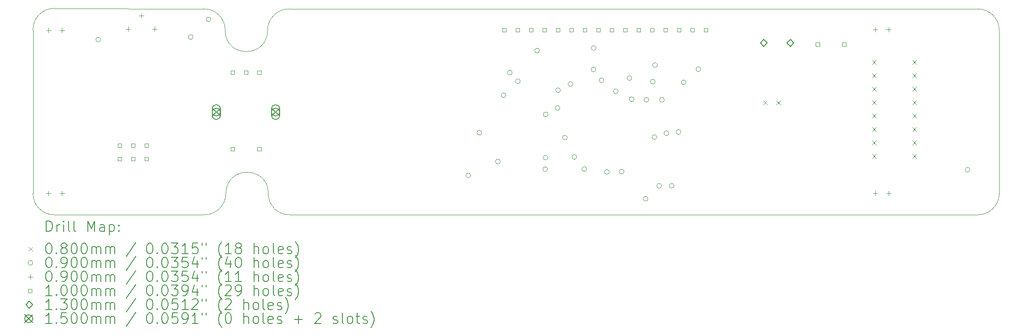
<source format=gbr>
%TF.GenerationSoftware,KiCad,Pcbnew,6.0.11+dfsg-1*%
%TF.CreationDate,2023-11-10T00:52:08+01:00*%
%TF.ProjectId,tallySdoAdapter,74616c6c-7953-4646-9f41-646170746572,0.1*%
%TF.SameCoordinates,Original*%
%TF.FileFunction,Drillmap*%
%TF.FilePolarity,Positive*%
%FSLAX45Y45*%
G04 Gerber Fmt 4.5, Leading zero omitted, Abs format (unit mm)*
G04 Created by KiCad (PCBNEW 6.0.11+dfsg-1) date 2023-11-10 00:52:08*
%MOMM*%
%LPD*%
G01*
G04 APERTURE LIST*
%ADD10C,0.100000*%
%ADD11C,0.200000*%
%ADD12C,0.080000*%
%ADD13C,0.090000*%
%ADD14C,0.130000*%
%ADD15C,0.150000*%
G04 APERTURE END LIST*
D10*
X11819940Y-9991140D02*
G75*
G03*
X12619940Y-9991140I400000J0D01*
G01*
X13040360Y-9583420D02*
X26037540Y-9583420D01*
X26444636Y-9989622D02*
X26444636Y-13073182D01*
X11412220Y-9583420D02*
X8595260Y-9573357D01*
X26038434Y-13480276D02*
G75*
G03*
X26444636Y-13073182I-444J406646D01*
G01*
X8189061Y-13073518D02*
G75*
G03*
X8596154Y-13479719I397739J-8482D01*
G01*
X13040360Y-9583418D02*
G75*
G03*
X12619940Y-9991140I-13990J-406192D01*
G01*
X12634153Y-13074076D02*
G75*
G03*
X13041254Y-13480277I397747J-8474D01*
G01*
X8189058Y-13073517D02*
X8189058Y-9980453D01*
X26444640Y-9989622D02*
G75*
G03*
X26037540Y-9583420I-406650J-448D01*
G01*
X12634158Y-13074076D02*
G75*
G03*
X11834158Y-13074076I-400000J0D01*
G01*
X13041254Y-13480277D02*
X26038434Y-13480277D01*
X11819940Y-9991140D02*
G75*
G03*
X11412220Y-9583420I-398240J9480D01*
G01*
X8595260Y-9573359D02*
G75*
G03*
X8189058Y-9980453I-8480J-397742D01*
G01*
X11414302Y-13479719D02*
X8596154Y-13479719D01*
X11414302Y-13479718D02*
G75*
G03*
X11834158Y-13074076I13978J405638D01*
G01*
D11*
D12*
X21980720Y-11318880D02*
X22060720Y-11398880D01*
X22060720Y-11318880D02*
X21980720Y-11398880D01*
X22230720Y-11318880D02*
X22310720Y-11398880D01*
X22310720Y-11318880D02*
X22230720Y-11398880D01*
X24040200Y-10552800D02*
X24120200Y-10632800D01*
X24120200Y-10552800D02*
X24040200Y-10632800D01*
X24040200Y-10806800D02*
X24120200Y-10886800D01*
X24120200Y-10806800D02*
X24040200Y-10886800D01*
X24040200Y-11060800D02*
X24120200Y-11140800D01*
X24120200Y-11060800D02*
X24040200Y-11140800D01*
X24040200Y-11314800D02*
X24120200Y-11394800D01*
X24120200Y-11314800D02*
X24040200Y-11394800D01*
X24040200Y-11568800D02*
X24120200Y-11648800D01*
X24120200Y-11568800D02*
X24040200Y-11648800D01*
X24040200Y-11822800D02*
X24120200Y-11902800D01*
X24120200Y-11822800D02*
X24040200Y-11902800D01*
X24040200Y-12076800D02*
X24120200Y-12156800D01*
X24120200Y-12076800D02*
X24040200Y-12156800D01*
X24040200Y-12330800D02*
X24120200Y-12410800D01*
X24120200Y-12330800D02*
X24040200Y-12410800D01*
X24802200Y-10552800D02*
X24882200Y-10632800D01*
X24882200Y-10552800D02*
X24802200Y-10632800D01*
X24802200Y-10806800D02*
X24882200Y-10886800D01*
X24882200Y-10806800D02*
X24802200Y-10886800D01*
X24802200Y-11060800D02*
X24882200Y-11140800D01*
X24882200Y-11060800D02*
X24802200Y-11140800D01*
X24802200Y-11314800D02*
X24882200Y-11394800D01*
X24882200Y-11314800D02*
X24802200Y-11394800D01*
X24802200Y-11568800D02*
X24882200Y-11648800D01*
X24882200Y-11568800D02*
X24802200Y-11648800D01*
X24802200Y-11822800D02*
X24882200Y-11902800D01*
X24882200Y-11822800D02*
X24802200Y-11902800D01*
X24802200Y-12076800D02*
X24882200Y-12156800D01*
X24882200Y-12076800D02*
X24802200Y-12156800D01*
X24802200Y-12330800D02*
X24882200Y-12410800D01*
X24882200Y-12330800D02*
X24802200Y-12410800D01*
D13*
X9465860Y-10162540D02*
G75*
G03*
X9465860Y-10162540I-45000J0D01*
G01*
X11215920Y-10116820D02*
G75*
G03*
X11215920Y-10116820I-45000J0D01*
G01*
X11551200Y-9781540D02*
G75*
G03*
X11551200Y-9781540I-45000J0D01*
G01*
X16458480Y-12733020D02*
G75*
G03*
X16458480Y-12733020I-45000J0D01*
G01*
X16666760Y-11925300D02*
G75*
G03*
X16666760Y-11925300I-45000J0D01*
G01*
X17017280Y-12471400D02*
G75*
G03*
X17017280Y-12471400I-45000J0D01*
G01*
X17123960Y-11216640D02*
G75*
G03*
X17123960Y-11216640I-45000J0D01*
G01*
X17243340Y-10787380D02*
G75*
G03*
X17243340Y-10787380I-45000J0D01*
G01*
X17395740Y-10952480D02*
G75*
G03*
X17395740Y-10952480I-45000J0D01*
G01*
X17758960Y-10373360D02*
G75*
G03*
X17758960Y-10373360I-45000J0D01*
G01*
X17911360Y-12616180D02*
G75*
G03*
X17911360Y-12616180I-45000J0D01*
G01*
X17916440Y-12397740D02*
G75*
G03*
X17916440Y-12397740I-45000J0D01*
G01*
X17918980Y-11579860D02*
G75*
G03*
X17918980Y-11579860I-45000J0D01*
G01*
X18143429Y-11456098D02*
G75*
G03*
X18143429Y-11456098I-45000J0D01*
G01*
X18153930Y-11121390D02*
G75*
G03*
X18153930Y-11121390I-45000J0D01*
G01*
X18284740Y-12016740D02*
G75*
G03*
X18284740Y-12016740I-45000J0D01*
G01*
X18388880Y-11007450D02*
G75*
G03*
X18388880Y-11007450I-45000J0D01*
G01*
X18462540Y-12385040D02*
G75*
G03*
X18462540Y-12385040I-45000J0D01*
G01*
X18647960Y-12613640D02*
G75*
G03*
X18647960Y-12613640I-45000J0D01*
G01*
X18823220Y-10728960D02*
G75*
G03*
X18823220Y-10728960I-45000J0D01*
G01*
X18828300Y-10322560D02*
G75*
G03*
X18828300Y-10322560I-45000J0D01*
G01*
X18975620Y-10934700D02*
G75*
G03*
X18975620Y-10934700I-45000J0D01*
G01*
X19074680Y-12666980D02*
G75*
G03*
X19074680Y-12666980I-45000J0D01*
G01*
X19244860Y-11142980D02*
G75*
G03*
X19244860Y-11142980I-45000J0D01*
G01*
X19356620Y-12661900D02*
G75*
G03*
X19356620Y-12661900I-45000J0D01*
G01*
X19504305Y-10893695D02*
G75*
G03*
X19504305Y-10893695I-45000J0D01*
G01*
X19544580Y-11292840D02*
G75*
G03*
X19544580Y-11292840I-45000J0D01*
G01*
X19808740Y-13174980D02*
G75*
G03*
X19808740Y-13174980I-45000J0D01*
G01*
X19823982Y-11302870D02*
G75*
G03*
X19823982Y-11302870I-45000J0D01*
G01*
X19943360Y-10960100D02*
G75*
G03*
X19943360Y-10960100I-45000J0D01*
G01*
X19973840Y-12009120D02*
G75*
G03*
X19973840Y-12009120I-45000J0D01*
G01*
X19986540Y-10645140D02*
G75*
G03*
X19986540Y-10645140I-45000J0D01*
G01*
X20065280Y-12930682D02*
G75*
G03*
X20065280Y-12930682I-45000J0D01*
G01*
X20117227Y-11302870D02*
G75*
G03*
X20117227Y-11302870I-45000J0D01*
G01*
X20199900Y-11935460D02*
G75*
G03*
X20199900Y-11935460I-45000J0D01*
G01*
X20301500Y-12930682D02*
G75*
G03*
X20301500Y-12930682I-45000J0D01*
G01*
X20428500Y-11912600D02*
G75*
G03*
X20428500Y-11912600I-45000J0D01*
G01*
X20527560Y-10972800D02*
G75*
G03*
X20527560Y-10972800I-45000J0D01*
G01*
X20804420Y-10723880D02*
G75*
G03*
X20804420Y-10723880I-45000J0D01*
G01*
X25889500Y-12626340D02*
G75*
G03*
X25889500Y-12626340I-45000J0D01*
G01*
X8483100Y-9942280D02*
X8483100Y-10032280D01*
X8438100Y-9987280D02*
X8528100Y-9987280D01*
X8483100Y-13028380D02*
X8483100Y-13118380D01*
X8438100Y-13073380D02*
X8528100Y-13073380D01*
X8737100Y-9942280D02*
X8737100Y-10032280D01*
X8692100Y-9987280D02*
X8782100Y-9987280D01*
X8737100Y-13028380D02*
X8737100Y-13118380D01*
X8692100Y-13073380D02*
X8782100Y-13073380D01*
X9986200Y-9917300D02*
X9986200Y-10007300D01*
X9941200Y-9962300D02*
X10031200Y-9962300D01*
X10236200Y-9667300D02*
X10236200Y-9757300D01*
X10191200Y-9712300D02*
X10281200Y-9712300D01*
X10486200Y-9917300D02*
X10486200Y-10007300D01*
X10441200Y-9962300D02*
X10531200Y-9962300D01*
X24101560Y-9929580D02*
X24101560Y-10019580D01*
X24056560Y-9974580D02*
X24146560Y-9974580D01*
X24101560Y-13028380D02*
X24101560Y-13118380D01*
X24056560Y-13073380D02*
X24146560Y-13073380D01*
X24355560Y-9929580D02*
X24355560Y-10019580D01*
X24310560Y-9974580D02*
X24400560Y-9974580D01*
X24355560Y-13028380D02*
X24355560Y-13118380D01*
X24310560Y-13073380D02*
X24400560Y-13073380D01*
D10*
X9862616Y-12199416D02*
X9862616Y-12128704D01*
X9791904Y-12128704D01*
X9791904Y-12199416D01*
X9862616Y-12199416D01*
X9862616Y-12453416D02*
X9862616Y-12382704D01*
X9791904Y-12382704D01*
X9791904Y-12453416D01*
X9862616Y-12453416D01*
X10116616Y-12199416D02*
X10116616Y-12128704D01*
X10045904Y-12128704D01*
X10045904Y-12199416D01*
X10116616Y-12199416D01*
X10116616Y-12453416D02*
X10116616Y-12382704D01*
X10045904Y-12382704D01*
X10045904Y-12453416D01*
X10116616Y-12453416D01*
X10370616Y-12199416D02*
X10370616Y-12128704D01*
X10299904Y-12128704D01*
X10299904Y-12199416D01*
X10370616Y-12199416D01*
X10370616Y-12453416D02*
X10370616Y-12382704D01*
X10299904Y-12382704D01*
X10299904Y-12453416D01*
X10370616Y-12453416D01*
X11997676Y-10821636D02*
X11997676Y-10750924D01*
X11926964Y-10750924D01*
X11926964Y-10821636D01*
X11997676Y-10821636D01*
X11997676Y-12271636D02*
X11997676Y-12200924D01*
X11926964Y-12200924D01*
X11926964Y-12271636D01*
X11997676Y-12271636D01*
X12247676Y-10821636D02*
X12247676Y-10750924D01*
X12176964Y-10750924D01*
X12176964Y-10821636D01*
X12247676Y-10821636D01*
X12497676Y-10821636D02*
X12497676Y-10750924D01*
X12426964Y-10750924D01*
X12426964Y-10821636D01*
X12497676Y-10821636D01*
X12497676Y-12271636D02*
X12497676Y-12200924D01*
X12426964Y-12200924D01*
X12426964Y-12271636D01*
X12497676Y-12271636D01*
X17124476Y-10017556D02*
X17124476Y-9946844D01*
X17053764Y-9946844D01*
X17053764Y-10017556D01*
X17124476Y-10017556D01*
X17378476Y-10017556D02*
X17378476Y-9946844D01*
X17307764Y-9946844D01*
X17307764Y-10017556D01*
X17378476Y-10017556D01*
X17632476Y-10017556D02*
X17632476Y-9946844D01*
X17561764Y-9946844D01*
X17561764Y-10017556D01*
X17632476Y-10017556D01*
X17886476Y-10017556D02*
X17886476Y-9946844D01*
X17815764Y-9946844D01*
X17815764Y-10017556D01*
X17886476Y-10017556D01*
X18140476Y-10017556D02*
X18140476Y-9946844D01*
X18069764Y-9946844D01*
X18069764Y-10017556D01*
X18140476Y-10017556D01*
X18394476Y-10017556D02*
X18394476Y-9946844D01*
X18323764Y-9946844D01*
X18323764Y-10017556D01*
X18394476Y-10017556D01*
X18648476Y-10017556D02*
X18648476Y-9946844D01*
X18577764Y-9946844D01*
X18577764Y-10017556D01*
X18648476Y-10017556D01*
X18902476Y-10017556D02*
X18902476Y-9946844D01*
X18831764Y-9946844D01*
X18831764Y-10017556D01*
X18902476Y-10017556D01*
X19156476Y-10017556D02*
X19156476Y-9946844D01*
X19085764Y-9946844D01*
X19085764Y-10017556D01*
X19156476Y-10017556D01*
X19410476Y-10017556D02*
X19410476Y-9946844D01*
X19339764Y-9946844D01*
X19339764Y-10017556D01*
X19410476Y-10017556D01*
X19664476Y-10017556D02*
X19664476Y-9946844D01*
X19593764Y-9946844D01*
X19593764Y-10017556D01*
X19664476Y-10017556D01*
X19918476Y-10017556D02*
X19918476Y-9946844D01*
X19847764Y-9946844D01*
X19847764Y-10017556D01*
X19918476Y-10017556D01*
X20172476Y-10017556D02*
X20172476Y-9946844D01*
X20101764Y-9946844D01*
X20101764Y-10017556D01*
X20172476Y-10017556D01*
X20426476Y-10017556D02*
X20426476Y-9946844D01*
X20355764Y-9946844D01*
X20355764Y-10017556D01*
X20426476Y-10017556D01*
X20680476Y-10017556D02*
X20680476Y-9946844D01*
X20609764Y-9946844D01*
X20609764Y-10017556D01*
X20680476Y-10017556D01*
X20934476Y-10017556D02*
X20934476Y-9946844D01*
X20863764Y-9946844D01*
X20863764Y-10017556D01*
X20934476Y-10017556D01*
X23048683Y-10286796D02*
X23048683Y-10216084D01*
X22977972Y-10216084D01*
X22977972Y-10286796D01*
X23048683Y-10286796D01*
X23548683Y-10286796D02*
X23548683Y-10216084D01*
X23477972Y-10216084D01*
X23477972Y-10286796D01*
X23548683Y-10286796D01*
D14*
X21996780Y-10293580D02*
X22061780Y-10228580D01*
X21996780Y-10163580D01*
X21931780Y-10228580D01*
X21996780Y-10293580D01*
X22496780Y-10293580D02*
X22561780Y-10228580D01*
X22496780Y-10163580D01*
X22431780Y-10228580D01*
X22496780Y-10293580D01*
D15*
X11577320Y-11461280D02*
X11727320Y-11611280D01*
X11727320Y-11461280D02*
X11577320Y-11611280D01*
X11727320Y-11536280D02*
G75*
G03*
X11727320Y-11536280I-75000J0D01*
G01*
D11*
X11577320Y-11471280D02*
X11577320Y-11601280D01*
X11727320Y-11471280D02*
X11727320Y-11601280D01*
X11577320Y-11601280D02*
G75*
G03*
X11727320Y-11601280I75000J0D01*
G01*
X11727320Y-11471280D02*
G75*
G03*
X11577320Y-11471280I-75000J0D01*
G01*
D15*
X12697320Y-11461280D02*
X12847320Y-11611280D01*
X12847320Y-11461280D02*
X12697320Y-11611280D01*
X12847320Y-11536280D02*
G75*
G03*
X12847320Y-11536280I-75000J0D01*
G01*
D11*
X12697320Y-11471280D02*
X12697320Y-11601280D01*
X12847320Y-11471280D02*
X12847320Y-11601280D01*
X12697320Y-11601280D02*
G75*
G03*
X12847320Y-11601280I75000J0D01*
G01*
X12847320Y-11471280D02*
G75*
G03*
X12697320Y-11471280I-75000J0D01*
G01*
X8441567Y-13795864D02*
X8441567Y-13595864D01*
X8489186Y-13595864D01*
X8517758Y-13605387D01*
X8536805Y-13624435D01*
X8546329Y-13643483D01*
X8555853Y-13681578D01*
X8555853Y-13710149D01*
X8546329Y-13748245D01*
X8536805Y-13767292D01*
X8517758Y-13786340D01*
X8489186Y-13795864D01*
X8441567Y-13795864D01*
X8641567Y-13795864D02*
X8641567Y-13662530D01*
X8641567Y-13700625D02*
X8651091Y-13681578D01*
X8660615Y-13672054D01*
X8679662Y-13662530D01*
X8698710Y-13662530D01*
X8765377Y-13795864D02*
X8765377Y-13662530D01*
X8765377Y-13595864D02*
X8755853Y-13605387D01*
X8765377Y-13614911D01*
X8774900Y-13605387D01*
X8765377Y-13595864D01*
X8765377Y-13614911D01*
X8889186Y-13795864D02*
X8870139Y-13786340D01*
X8860615Y-13767292D01*
X8860615Y-13595864D01*
X8993948Y-13795864D02*
X8974900Y-13786340D01*
X8965377Y-13767292D01*
X8965377Y-13595864D01*
X9222520Y-13795864D02*
X9222520Y-13595864D01*
X9289186Y-13738721D01*
X9355853Y-13595864D01*
X9355853Y-13795864D01*
X9536805Y-13795864D02*
X9536805Y-13691102D01*
X9527281Y-13672054D01*
X9508234Y-13662530D01*
X9470139Y-13662530D01*
X9451091Y-13672054D01*
X9536805Y-13786340D02*
X9517758Y-13795864D01*
X9470139Y-13795864D01*
X9451091Y-13786340D01*
X9441567Y-13767292D01*
X9441567Y-13748245D01*
X9451091Y-13729197D01*
X9470139Y-13719673D01*
X9517758Y-13719673D01*
X9536805Y-13710149D01*
X9632043Y-13662530D02*
X9632043Y-13862530D01*
X9632043Y-13672054D02*
X9651091Y-13662530D01*
X9689186Y-13662530D01*
X9708234Y-13672054D01*
X9717758Y-13681578D01*
X9727281Y-13700625D01*
X9727281Y-13757768D01*
X9717758Y-13776816D01*
X9708234Y-13786340D01*
X9689186Y-13795864D01*
X9651091Y-13795864D01*
X9632043Y-13786340D01*
X9812996Y-13776816D02*
X9822520Y-13786340D01*
X9812996Y-13795864D01*
X9803472Y-13786340D01*
X9812996Y-13776816D01*
X9812996Y-13795864D01*
X9812996Y-13672054D02*
X9822520Y-13681578D01*
X9812996Y-13691102D01*
X9803472Y-13681578D01*
X9812996Y-13672054D01*
X9812996Y-13691102D01*
D12*
X8103948Y-14085387D02*
X8183948Y-14165387D01*
X8183948Y-14085387D02*
X8103948Y-14165387D01*
D11*
X8479662Y-14015864D02*
X8498710Y-14015864D01*
X8517758Y-14025387D01*
X8527281Y-14034911D01*
X8536805Y-14053959D01*
X8546329Y-14092054D01*
X8546329Y-14139673D01*
X8536805Y-14177768D01*
X8527281Y-14196816D01*
X8517758Y-14206340D01*
X8498710Y-14215864D01*
X8479662Y-14215864D01*
X8460615Y-14206340D01*
X8451091Y-14196816D01*
X8441567Y-14177768D01*
X8432043Y-14139673D01*
X8432043Y-14092054D01*
X8441567Y-14053959D01*
X8451091Y-14034911D01*
X8460615Y-14025387D01*
X8479662Y-14015864D01*
X8632043Y-14196816D02*
X8641567Y-14206340D01*
X8632043Y-14215864D01*
X8622520Y-14206340D01*
X8632043Y-14196816D01*
X8632043Y-14215864D01*
X8755853Y-14101578D02*
X8736805Y-14092054D01*
X8727281Y-14082530D01*
X8717758Y-14063483D01*
X8717758Y-14053959D01*
X8727281Y-14034911D01*
X8736805Y-14025387D01*
X8755853Y-14015864D01*
X8793948Y-14015864D01*
X8812996Y-14025387D01*
X8822520Y-14034911D01*
X8832043Y-14053959D01*
X8832043Y-14063483D01*
X8822520Y-14082530D01*
X8812996Y-14092054D01*
X8793948Y-14101578D01*
X8755853Y-14101578D01*
X8736805Y-14111102D01*
X8727281Y-14120625D01*
X8717758Y-14139673D01*
X8717758Y-14177768D01*
X8727281Y-14196816D01*
X8736805Y-14206340D01*
X8755853Y-14215864D01*
X8793948Y-14215864D01*
X8812996Y-14206340D01*
X8822520Y-14196816D01*
X8832043Y-14177768D01*
X8832043Y-14139673D01*
X8822520Y-14120625D01*
X8812996Y-14111102D01*
X8793948Y-14101578D01*
X8955853Y-14015864D02*
X8974900Y-14015864D01*
X8993948Y-14025387D01*
X9003472Y-14034911D01*
X9012996Y-14053959D01*
X9022520Y-14092054D01*
X9022520Y-14139673D01*
X9012996Y-14177768D01*
X9003472Y-14196816D01*
X8993948Y-14206340D01*
X8974900Y-14215864D01*
X8955853Y-14215864D01*
X8936805Y-14206340D01*
X8927281Y-14196816D01*
X8917758Y-14177768D01*
X8908234Y-14139673D01*
X8908234Y-14092054D01*
X8917758Y-14053959D01*
X8927281Y-14034911D01*
X8936805Y-14025387D01*
X8955853Y-14015864D01*
X9146329Y-14015864D02*
X9165377Y-14015864D01*
X9184424Y-14025387D01*
X9193948Y-14034911D01*
X9203472Y-14053959D01*
X9212996Y-14092054D01*
X9212996Y-14139673D01*
X9203472Y-14177768D01*
X9193948Y-14196816D01*
X9184424Y-14206340D01*
X9165377Y-14215864D01*
X9146329Y-14215864D01*
X9127281Y-14206340D01*
X9117758Y-14196816D01*
X9108234Y-14177768D01*
X9098710Y-14139673D01*
X9098710Y-14092054D01*
X9108234Y-14053959D01*
X9117758Y-14034911D01*
X9127281Y-14025387D01*
X9146329Y-14015864D01*
X9298710Y-14215864D02*
X9298710Y-14082530D01*
X9298710Y-14101578D02*
X9308234Y-14092054D01*
X9327281Y-14082530D01*
X9355853Y-14082530D01*
X9374900Y-14092054D01*
X9384424Y-14111102D01*
X9384424Y-14215864D01*
X9384424Y-14111102D02*
X9393948Y-14092054D01*
X9412996Y-14082530D01*
X9441567Y-14082530D01*
X9460615Y-14092054D01*
X9470139Y-14111102D01*
X9470139Y-14215864D01*
X9565377Y-14215864D02*
X9565377Y-14082530D01*
X9565377Y-14101578D02*
X9574900Y-14092054D01*
X9593948Y-14082530D01*
X9622520Y-14082530D01*
X9641567Y-14092054D01*
X9651091Y-14111102D01*
X9651091Y-14215864D01*
X9651091Y-14111102D02*
X9660615Y-14092054D01*
X9679662Y-14082530D01*
X9708234Y-14082530D01*
X9727281Y-14092054D01*
X9736805Y-14111102D01*
X9736805Y-14215864D01*
X10127281Y-14006340D02*
X9955853Y-14263483D01*
X10384424Y-14015864D02*
X10403472Y-14015864D01*
X10422520Y-14025387D01*
X10432043Y-14034911D01*
X10441567Y-14053959D01*
X10451091Y-14092054D01*
X10451091Y-14139673D01*
X10441567Y-14177768D01*
X10432043Y-14196816D01*
X10422520Y-14206340D01*
X10403472Y-14215864D01*
X10384424Y-14215864D01*
X10365377Y-14206340D01*
X10355853Y-14196816D01*
X10346329Y-14177768D01*
X10336805Y-14139673D01*
X10336805Y-14092054D01*
X10346329Y-14053959D01*
X10355853Y-14034911D01*
X10365377Y-14025387D01*
X10384424Y-14015864D01*
X10536805Y-14196816D02*
X10546329Y-14206340D01*
X10536805Y-14215864D01*
X10527281Y-14206340D01*
X10536805Y-14196816D01*
X10536805Y-14215864D01*
X10670139Y-14015864D02*
X10689186Y-14015864D01*
X10708234Y-14025387D01*
X10717758Y-14034911D01*
X10727281Y-14053959D01*
X10736805Y-14092054D01*
X10736805Y-14139673D01*
X10727281Y-14177768D01*
X10717758Y-14196816D01*
X10708234Y-14206340D01*
X10689186Y-14215864D01*
X10670139Y-14215864D01*
X10651091Y-14206340D01*
X10641567Y-14196816D01*
X10632043Y-14177768D01*
X10622520Y-14139673D01*
X10622520Y-14092054D01*
X10632043Y-14053959D01*
X10641567Y-14034911D01*
X10651091Y-14025387D01*
X10670139Y-14015864D01*
X10803472Y-14015864D02*
X10927281Y-14015864D01*
X10860615Y-14092054D01*
X10889186Y-14092054D01*
X10908234Y-14101578D01*
X10917758Y-14111102D01*
X10927281Y-14130149D01*
X10927281Y-14177768D01*
X10917758Y-14196816D01*
X10908234Y-14206340D01*
X10889186Y-14215864D01*
X10832043Y-14215864D01*
X10812996Y-14206340D01*
X10803472Y-14196816D01*
X11117758Y-14215864D02*
X11003472Y-14215864D01*
X11060615Y-14215864D02*
X11060615Y-14015864D01*
X11041567Y-14044435D01*
X11022520Y-14063483D01*
X11003472Y-14073006D01*
X11298710Y-14015864D02*
X11203472Y-14015864D01*
X11193948Y-14111102D01*
X11203472Y-14101578D01*
X11222519Y-14092054D01*
X11270138Y-14092054D01*
X11289186Y-14101578D01*
X11298710Y-14111102D01*
X11308234Y-14130149D01*
X11308234Y-14177768D01*
X11298710Y-14196816D01*
X11289186Y-14206340D01*
X11270138Y-14215864D01*
X11222519Y-14215864D01*
X11203472Y-14206340D01*
X11193948Y-14196816D01*
X11384424Y-14015864D02*
X11384424Y-14053959D01*
X11460615Y-14015864D02*
X11460615Y-14053959D01*
X11755853Y-14292054D02*
X11746329Y-14282530D01*
X11727281Y-14253959D01*
X11717758Y-14234911D01*
X11708234Y-14206340D01*
X11698710Y-14158721D01*
X11698710Y-14120625D01*
X11708234Y-14073006D01*
X11717758Y-14044435D01*
X11727281Y-14025387D01*
X11746329Y-13996816D01*
X11755853Y-13987292D01*
X11936805Y-14215864D02*
X11822519Y-14215864D01*
X11879662Y-14215864D02*
X11879662Y-14015864D01*
X11860615Y-14044435D01*
X11841567Y-14063483D01*
X11822519Y-14073006D01*
X12051091Y-14101578D02*
X12032043Y-14092054D01*
X12022519Y-14082530D01*
X12012996Y-14063483D01*
X12012996Y-14053959D01*
X12022519Y-14034911D01*
X12032043Y-14025387D01*
X12051091Y-14015864D01*
X12089186Y-14015864D01*
X12108234Y-14025387D01*
X12117758Y-14034911D01*
X12127281Y-14053959D01*
X12127281Y-14063483D01*
X12117758Y-14082530D01*
X12108234Y-14092054D01*
X12089186Y-14101578D01*
X12051091Y-14101578D01*
X12032043Y-14111102D01*
X12022519Y-14120625D01*
X12012996Y-14139673D01*
X12012996Y-14177768D01*
X12022519Y-14196816D01*
X12032043Y-14206340D01*
X12051091Y-14215864D01*
X12089186Y-14215864D01*
X12108234Y-14206340D01*
X12117758Y-14196816D01*
X12127281Y-14177768D01*
X12127281Y-14139673D01*
X12117758Y-14120625D01*
X12108234Y-14111102D01*
X12089186Y-14101578D01*
X12365377Y-14215864D02*
X12365377Y-14015864D01*
X12451091Y-14215864D02*
X12451091Y-14111102D01*
X12441567Y-14092054D01*
X12422519Y-14082530D01*
X12393948Y-14082530D01*
X12374900Y-14092054D01*
X12365377Y-14101578D01*
X12574900Y-14215864D02*
X12555853Y-14206340D01*
X12546329Y-14196816D01*
X12536805Y-14177768D01*
X12536805Y-14120625D01*
X12546329Y-14101578D01*
X12555853Y-14092054D01*
X12574900Y-14082530D01*
X12603472Y-14082530D01*
X12622519Y-14092054D01*
X12632043Y-14101578D01*
X12641567Y-14120625D01*
X12641567Y-14177768D01*
X12632043Y-14196816D01*
X12622519Y-14206340D01*
X12603472Y-14215864D01*
X12574900Y-14215864D01*
X12755853Y-14215864D02*
X12736805Y-14206340D01*
X12727281Y-14187292D01*
X12727281Y-14015864D01*
X12908234Y-14206340D02*
X12889186Y-14215864D01*
X12851091Y-14215864D01*
X12832043Y-14206340D01*
X12822519Y-14187292D01*
X12822519Y-14111102D01*
X12832043Y-14092054D01*
X12851091Y-14082530D01*
X12889186Y-14082530D01*
X12908234Y-14092054D01*
X12917758Y-14111102D01*
X12917758Y-14130149D01*
X12822519Y-14149197D01*
X12993948Y-14206340D02*
X13012996Y-14215864D01*
X13051091Y-14215864D01*
X13070138Y-14206340D01*
X13079662Y-14187292D01*
X13079662Y-14177768D01*
X13070138Y-14158721D01*
X13051091Y-14149197D01*
X13022519Y-14149197D01*
X13003472Y-14139673D01*
X12993948Y-14120625D01*
X12993948Y-14111102D01*
X13003472Y-14092054D01*
X13022519Y-14082530D01*
X13051091Y-14082530D01*
X13070138Y-14092054D01*
X13146329Y-14292054D02*
X13155853Y-14282530D01*
X13174900Y-14253959D01*
X13184424Y-14234911D01*
X13193948Y-14206340D01*
X13203472Y-14158721D01*
X13203472Y-14120625D01*
X13193948Y-14073006D01*
X13184424Y-14044435D01*
X13174900Y-14025387D01*
X13155853Y-13996816D01*
X13146329Y-13987292D01*
D13*
X8183948Y-14389387D02*
G75*
G03*
X8183948Y-14389387I-45000J0D01*
G01*
D11*
X8479662Y-14279864D02*
X8498710Y-14279864D01*
X8517758Y-14289387D01*
X8527281Y-14298911D01*
X8536805Y-14317959D01*
X8546329Y-14356054D01*
X8546329Y-14403673D01*
X8536805Y-14441768D01*
X8527281Y-14460816D01*
X8517758Y-14470340D01*
X8498710Y-14479864D01*
X8479662Y-14479864D01*
X8460615Y-14470340D01*
X8451091Y-14460816D01*
X8441567Y-14441768D01*
X8432043Y-14403673D01*
X8432043Y-14356054D01*
X8441567Y-14317959D01*
X8451091Y-14298911D01*
X8460615Y-14289387D01*
X8479662Y-14279864D01*
X8632043Y-14460816D02*
X8641567Y-14470340D01*
X8632043Y-14479864D01*
X8622520Y-14470340D01*
X8632043Y-14460816D01*
X8632043Y-14479864D01*
X8736805Y-14479864D02*
X8774900Y-14479864D01*
X8793948Y-14470340D01*
X8803472Y-14460816D01*
X8822520Y-14432245D01*
X8832043Y-14394149D01*
X8832043Y-14317959D01*
X8822520Y-14298911D01*
X8812996Y-14289387D01*
X8793948Y-14279864D01*
X8755853Y-14279864D01*
X8736805Y-14289387D01*
X8727281Y-14298911D01*
X8717758Y-14317959D01*
X8717758Y-14365578D01*
X8727281Y-14384625D01*
X8736805Y-14394149D01*
X8755853Y-14403673D01*
X8793948Y-14403673D01*
X8812996Y-14394149D01*
X8822520Y-14384625D01*
X8832043Y-14365578D01*
X8955853Y-14279864D02*
X8974900Y-14279864D01*
X8993948Y-14289387D01*
X9003472Y-14298911D01*
X9012996Y-14317959D01*
X9022520Y-14356054D01*
X9022520Y-14403673D01*
X9012996Y-14441768D01*
X9003472Y-14460816D01*
X8993948Y-14470340D01*
X8974900Y-14479864D01*
X8955853Y-14479864D01*
X8936805Y-14470340D01*
X8927281Y-14460816D01*
X8917758Y-14441768D01*
X8908234Y-14403673D01*
X8908234Y-14356054D01*
X8917758Y-14317959D01*
X8927281Y-14298911D01*
X8936805Y-14289387D01*
X8955853Y-14279864D01*
X9146329Y-14279864D02*
X9165377Y-14279864D01*
X9184424Y-14289387D01*
X9193948Y-14298911D01*
X9203472Y-14317959D01*
X9212996Y-14356054D01*
X9212996Y-14403673D01*
X9203472Y-14441768D01*
X9193948Y-14460816D01*
X9184424Y-14470340D01*
X9165377Y-14479864D01*
X9146329Y-14479864D01*
X9127281Y-14470340D01*
X9117758Y-14460816D01*
X9108234Y-14441768D01*
X9098710Y-14403673D01*
X9098710Y-14356054D01*
X9108234Y-14317959D01*
X9117758Y-14298911D01*
X9127281Y-14289387D01*
X9146329Y-14279864D01*
X9298710Y-14479864D02*
X9298710Y-14346530D01*
X9298710Y-14365578D02*
X9308234Y-14356054D01*
X9327281Y-14346530D01*
X9355853Y-14346530D01*
X9374900Y-14356054D01*
X9384424Y-14375102D01*
X9384424Y-14479864D01*
X9384424Y-14375102D02*
X9393948Y-14356054D01*
X9412996Y-14346530D01*
X9441567Y-14346530D01*
X9460615Y-14356054D01*
X9470139Y-14375102D01*
X9470139Y-14479864D01*
X9565377Y-14479864D02*
X9565377Y-14346530D01*
X9565377Y-14365578D02*
X9574900Y-14356054D01*
X9593948Y-14346530D01*
X9622520Y-14346530D01*
X9641567Y-14356054D01*
X9651091Y-14375102D01*
X9651091Y-14479864D01*
X9651091Y-14375102D02*
X9660615Y-14356054D01*
X9679662Y-14346530D01*
X9708234Y-14346530D01*
X9727281Y-14356054D01*
X9736805Y-14375102D01*
X9736805Y-14479864D01*
X10127281Y-14270340D02*
X9955853Y-14527483D01*
X10384424Y-14279864D02*
X10403472Y-14279864D01*
X10422520Y-14289387D01*
X10432043Y-14298911D01*
X10441567Y-14317959D01*
X10451091Y-14356054D01*
X10451091Y-14403673D01*
X10441567Y-14441768D01*
X10432043Y-14460816D01*
X10422520Y-14470340D01*
X10403472Y-14479864D01*
X10384424Y-14479864D01*
X10365377Y-14470340D01*
X10355853Y-14460816D01*
X10346329Y-14441768D01*
X10336805Y-14403673D01*
X10336805Y-14356054D01*
X10346329Y-14317959D01*
X10355853Y-14298911D01*
X10365377Y-14289387D01*
X10384424Y-14279864D01*
X10536805Y-14460816D02*
X10546329Y-14470340D01*
X10536805Y-14479864D01*
X10527281Y-14470340D01*
X10536805Y-14460816D01*
X10536805Y-14479864D01*
X10670139Y-14279864D02*
X10689186Y-14279864D01*
X10708234Y-14289387D01*
X10717758Y-14298911D01*
X10727281Y-14317959D01*
X10736805Y-14356054D01*
X10736805Y-14403673D01*
X10727281Y-14441768D01*
X10717758Y-14460816D01*
X10708234Y-14470340D01*
X10689186Y-14479864D01*
X10670139Y-14479864D01*
X10651091Y-14470340D01*
X10641567Y-14460816D01*
X10632043Y-14441768D01*
X10622520Y-14403673D01*
X10622520Y-14356054D01*
X10632043Y-14317959D01*
X10641567Y-14298911D01*
X10651091Y-14289387D01*
X10670139Y-14279864D01*
X10803472Y-14279864D02*
X10927281Y-14279864D01*
X10860615Y-14356054D01*
X10889186Y-14356054D01*
X10908234Y-14365578D01*
X10917758Y-14375102D01*
X10927281Y-14394149D01*
X10927281Y-14441768D01*
X10917758Y-14460816D01*
X10908234Y-14470340D01*
X10889186Y-14479864D01*
X10832043Y-14479864D01*
X10812996Y-14470340D01*
X10803472Y-14460816D01*
X11108234Y-14279864D02*
X11012996Y-14279864D01*
X11003472Y-14375102D01*
X11012996Y-14365578D01*
X11032043Y-14356054D01*
X11079662Y-14356054D01*
X11098710Y-14365578D01*
X11108234Y-14375102D01*
X11117758Y-14394149D01*
X11117758Y-14441768D01*
X11108234Y-14460816D01*
X11098710Y-14470340D01*
X11079662Y-14479864D01*
X11032043Y-14479864D01*
X11012996Y-14470340D01*
X11003472Y-14460816D01*
X11289186Y-14346530D02*
X11289186Y-14479864D01*
X11241567Y-14270340D02*
X11193948Y-14413197D01*
X11317758Y-14413197D01*
X11384424Y-14279864D02*
X11384424Y-14317959D01*
X11460615Y-14279864D02*
X11460615Y-14317959D01*
X11755853Y-14556054D02*
X11746329Y-14546530D01*
X11727281Y-14517959D01*
X11717758Y-14498911D01*
X11708234Y-14470340D01*
X11698710Y-14422721D01*
X11698710Y-14384625D01*
X11708234Y-14337006D01*
X11717758Y-14308435D01*
X11727281Y-14289387D01*
X11746329Y-14260816D01*
X11755853Y-14251292D01*
X11917758Y-14346530D02*
X11917758Y-14479864D01*
X11870138Y-14270340D02*
X11822519Y-14413197D01*
X11946329Y-14413197D01*
X12060615Y-14279864D02*
X12079662Y-14279864D01*
X12098710Y-14289387D01*
X12108234Y-14298911D01*
X12117758Y-14317959D01*
X12127281Y-14356054D01*
X12127281Y-14403673D01*
X12117758Y-14441768D01*
X12108234Y-14460816D01*
X12098710Y-14470340D01*
X12079662Y-14479864D01*
X12060615Y-14479864D01*
X12041567Y-14470340D01*
X12032043Y-14460816D01*
X12022519Y-14441768D01*
X12012996Y-14403673D01*
X12012996Y-14356054D01*
X12022519Y-14317959D01*
X12032043Y-14298911D01*
X12041567Y-14289387D01*
X12060615Y-14279864D01*
X12365377Y-14479864D02*
X12365377Y-14279864D01*
X12451091Y-14479864D02*
X12451091Y-14375102D01*
X12441567Y-14356054D01*
X12422519Y-14346530D01*
X12393948Y-14346530D01*
X12374900Y-14356054D01*
X12365377Y-14365578D01*
X12574900Y-14479864D02*
X12555853Y-14470340D01*
X12546329Y-14460816D01*
X12536805Y-14441768D01*
X12536805Y-14384625D01*
X12546329Y-14365578D01*
X12555853Y-14356054D01*
X12574900Y-14346530D01*
X12603472Y-14346530D01*
X12622519Y-14356054D01*
X12632043Y-14365578D01*
X12641567Y-14384625D01*
X12641567Y-14441768D01*
X12632043Y-14460816D01*
X12622519Y-14470340D01*
X12603472Y-14479864D01*
X12574900Y-14479864D01*
X12755853Y-14479864D02*
X12736805Y-14470340D01*
X12727281Y-14451292D01*
X12727281Y-14279864D01*
X12908234Y-14470340D02*
X12889186Y-14479864D01*
X12851091Y-14479864D01*
X12832043Y-14470340D01*
X12822519Y-14451292D01*
X12822519Y-14375102D01*
X12832043Y-14356054D01*
X12851091Y-14346530D01*
X12889186Y-14346530D01*
X12908234Y-14356054D01*
X12917758Y-14375102D01*
X12917758Y-14394149D01*
X12822519Y-14413197D01*
X12993948Y-14470340D02*
X13012996Y-14479864D01*
X13051091Y-14479864D01*
X13070138Y-14470340D01*
X13079662Y-14451292D01*
X13079662Y-14441768D01*
X13070138Y-14422721D01*
X13051091Y-14413197D01*
X13022519Y-14413197D01*
X13003472Y-14403673D01*
X12993948Y-14384625D01*
X12993948Y-14375102D01*
X13003472Y-14356054D01*
X13022519Y-14346530D01*
X13051091Y-14346530D01*
X13070138Y-14356054D01*
X13146329Y-14556054D02*
X13155853Y-14546530D01*
X13174900Y-14517959D01*
X13184424Y-14498911D01*
X13193948Y-14470340D01*
X13203472Y-14422721D01*
X13203472Y-14384625D01*
X13193948Y-14337006D01*
X13184424Y-14308435D01*
X13174900Y-14289387D01*
X13155853Y-14260816D01*
X13146329Y-14251292D01*
D13*
X8138948Y-14608387D02*
X8138948Y-14698387D01*
X8093948Y-14653387D02*
X8183948Y-14653387D01*
D11*
X8479662Y-14543864D02*
X8498710Y-14543864D01*
X8517758Y-14553387D01*
X8527281Y-14562911D01*
X8536805Y-14581959D01*
X8546329Y-14620054D01*
X8546329Y-14667673D01*
X8536805Y-14705768D01*
X8527281Y-14724816D01*
X8517758Y-14734340D01*
X8498710Y-14743864D01*
X8479662Y-14743864D01*
X8460615Y-14734340D01*
X8451091Y-14724816D01*
X8441567Y-14705768D01*
X8432043Y-14667673D01*
X8432043Y-14620054D01*
X8441567Y-14581959D01*
X8451091Y-14562911D01*
X8460615Y-14553387D01*
X8479662Y-14543864D01*
X8632043Y-14724816D02*
X8641567Y-14734340D01*
X8632043Y-14743864D01*
X8622520Y-14734340D01*
X8632043Y-14724816D01*
X8632043Y-14743864D01*
X8736805Y-14743864D02*
X8774900Y-14743864D01*
X8793948Y-14734340D01*
X8803472Y-14724816D01*
X8822520Y-14696245D01*
X8832043Y-14658149D01*
X8832043Y-14581959D01*
X8822520Y-14562911D01*
X8812996Y-14553387D01*
X8793948Y-14543864D01*
X8755853Y-14543864D01*
X8736805Y-14553387D01*
X8727281Y-14562911D01*
X8717758Y-14581959D01*
X8717758Y-14629578D01*
X8727281Y-14648625D01*
X8736805Y-14658149D01*
X8755853Y-14667673D01*
X8793948Y-14667673D01*
X8812996Y-14658149D01*
X8822520Y-14648625D01*
X8832043Y-14629578D01*
X8955853Y-14543864D02*
X8974900Y-14543864D01*
X8993948Y-14553387D01*
X9003472Y-14562911D01*
X9012996Y-14581959D01*
X9022520Y-14620054D01*
X9022520Y-14667673D01*
X9012996Y-14705768D01*
X9003472Y-14724816D01*
X8993948Y-14734340D01*
X8974900Y-14743864D01*
X8955853Y-14743864D01*
X8936805Y-14734340D01*
X8927281Y-14724816D01*
X8917758Y-14705768D01*
X8908234Y-14667673D01*
X8908234Y-14620054D01*
X8917758Y-14581959D01*
X8927281Y-14562911D01*
X8936805Y-14553387D01*
X8955853Y-14543864D01*
X9146329Y-14543864D02*
X9165377Y-14543864D01*
X9184424Y-14553387D01*
X9193948Y-14562911D01*
X9203472Y-14581959D01*
X9212996Y-14620054D01*
X9212996Y-14667673D01*
X9203472Y-14705768D01*
X9193948Y-14724816D01*
X9184424Y-14734340D01*
X9165377Y-14743864D01*
X9146329Y-14743864D01*
X9127281Y-14734340D01*
X9117758Y-14724816D01*
X9108234Y-14705768D01*
X9098710Y-14667673D01*
X9098710Y-14620054D01*
X9108234Y-14581959D01*
X9117758Y-14562911D01*
X9127281Y-14553387D01*
X9146329Y-14543864D01*
X9298710Y-14743864D02*
X9298710Y-14610530D01*
X9298710Y-14629578D02*
X9308234Y-14620054D01*
X9327281Y-14610530D01*
X9355853Y-14610530D01*
X9374900Y-14620054D01*
X9384424Y-14639102D01*
X9384424Y-14743864D01*
X9384424Y-14639102D02*
X9393948Y-14620054D01*
X9412996Y-14610530D01*
X9441567Y-14610530D01*
X9460615Y-14620054D01*
X9470139Y-14639102D01*
X9470139Y-14743864D01*
X9565377Y-14743864D02*
X9565377Y-14610530D01*
X9565377Y-14629578D02*
X9574900Y-14620054D01*
X9593948Y-14610530D01*
X9622520Y-14610530D01*
X9641567Y-14620054D01*
X9651091Y-14639102D01*
X9651091Y-14743864D01*
X9651091Y-14639102D02*
X9660615Y-14620054D01*
X9679662Y-14610530D01*
X9708234Y-14610530D01*
X9727281Y-14620054D01*
X9736805Y-14639102D01*
X9736805Y-14743864D01*
X10127281Y-14534340D02*
X9955853Y-14791483D01*
X10384424Y-14543864D02*
X10403472Y-14543864D01*
X10422520Y-14553387D01*
X10432043Y-14562911D01*
X10441567Y-14581959D01*
X10451091Y-14620054D01*
X10451091Y-14667673D01*
X10441567Y-14705768D01*
X10432043Y-14724816D01*
X10422520Y-14734340D01*
X10403472Y-14743864D01*
X10384424Y-14743864D01*
X10365377Y-14734340D01*
X10355853Y-14724816D01*
X10346329Y-14705768D01*
X10336805Y-14667673D01*
X10336805Y-14620054D01*
X10346329Y-14581959D01*
X10355853Y-14562911D01*
X10365377Y-14553387D01*
X10384424Y-14543864D01*
X10536805Y-14724816D02*
X10546329Y-14734340D01*
X10536805Y-14743864D01*
X10527281Y-14734340D01*
X10536805Y-14724816D01*
X10536805Y-14743864D01*
X10670139Y-14543864D02*
X10689186Y-14543864D01*
X10708234Y-14553387D01*
X10717758Y-14562911D01*
X10727281Y-14581959D01*
X10736805Y-14620054D01*
X10736805Y-14667673D01*
X10727281Y-14705768D01*
X10717758Y-14724816D01*
X10708234Y-14734340D01*
X10689186Y-14743864D01*
X10670139Y-14743864D01*
X10651091Y-14734340D01*
X10641567Y-14724816D01*
X10632043Y-14705768D01*
X10622520Y-14667673D01*
X10622520Y-14620054D01*
X10632043Y-14581959D01*
X10641567Y-14562911D01*
X10651091Y-14553387D01*
X10670139Y-14543864D01*
X10803472Y-14543864D02*
X10927281Y-14543864D01*
X10860615Y-14620054D01*
X10889186Y-14620054D01*
X10908234Y-14629578D01*
X10917758Y-14639102D01*
X10927281Y-14658149D01*
X10927281Y-14705768D01*
X10917758Y-14724816D01*
X10908234Y-14734340D01*
X10889186Y-14743864D01*
X10832043Y-14743864D01*
X10812996Y-14734340D01*
X10803472Y-14724816D01*
X11108234Y-14543864D02*
X11012996Y-14543864D01*
X11003472Y-14639102D01*
X11012996Y-14629578D01*
X11032043Y-14620054D01*
X11079662Y-14620054D01*
X11098710Y-14629578D01*
X11108234Y-14639102D01*
X11117758Y-14658149D01*
X11117758Y-14705768D01*
X11108234Y-14724816D01*
X11098710Y-14734340D01*
X11079662Y-14743864D01*
X11032043Y-14743864D01*
X11012996Y-14734340D01*
X11003472Y-14724816D01*
X11289186Y-14610530D02*
X11289186Y-14743864D01*
X11241567Y-14534340D02*
X11193948Y-14677197D01*
X11317758Y-14677197D01*
X11384424Y-14543864D02*
X11384424Y-14581959D01*
X11460615Y-14543864D02*
X11460615Y-14581959D01*
X11755853Y-14820054D02*
X11746329Y-14810530D01*
X11727281Y-14781959D01*
X11717758Y-14762911D01*
X11708234Y-14734340D01*
X11698710Y-14686721D01*
X11698710Y-14648625D01*
X11708234Y-14601006D01*
X11717758Y-14572435D01*
X11727281Y-14553387D01*
X11746329Y-14524816D01*
X11755853Y-14515292D01*
X11936805Y-14743864D02*
X11822519Y-14743864D01*
X11879662Y-14743864D02*
X11879662Y-14543864D01*
X11860615Y-14572435D01*
X11841567Y-14591483D01*
X11822519Y-14601006D01*
X12127281Y-14743864D02*
X12012996Y-14743864D01*
X12070138Y-14743864D02*
X12070138Y-14543864D01*
X12051091Y-14572435D01*
X12032043Y-14591483D01*
X12012996Y-14601006D01*
X12365377Y-14743864D02*
X12365377Y-14543864D01*
X12451091Y-14743864D02*
X12451091Y-14639102D01*
X12441567Y-14620054D01*
X12422519Y-14610530D01*
X12393948Y-14610530D01*
X12374900Y-14620054D01*
X12365377Y-14629578D01*
X12574900Y-14743864D02*
X12555853Y-14734340D01*
X12546329Y-14724816D01*
X12536805Y-14705768D01*
X12536805Y-14648625D01*
X12546329Y-14629578D01*
X12555853Y-14620054D01*
X12574900Y-14610530D01*
X12603472Y-14610530D01*
X12622519Y-14620054D01*
X12632043Y-14629578D01*
X12641567Y-14648625D01*
X12641567Y-14705768D01*
X12632043Y-14724816D01*
X12622519Y-14734340D01*
X12603472Y-14743864D01*
X12574900Y-14743864D01*
X12755853Y-14743864D02*
X12736805Y-14734340D01*
X12727281Y-14715292D01*
X12727281Y-14543864D01*
X12908234Y-14734340D02*
X12889186Y-14743864D01*
X12851091Y-14743864D01*
X12832043Y-14734340D01*
X12822519Y-14715292D01*
X12822519Y-14639102D01*
X12832043Y-14620054D01*
X12851091Y-14610530D01*
X12889186Y-14610530D01*
X12908234Y-14620054D01*
X12917758Y-14639102D01*
X12917758Y-14658149D01*
X12822519Y-14677197D01*
X12993948Y-14734340D02*
X13012996Y-14743864D01*
X13051091Y-14743864D01*
X13070138Y-14734340D01*
X13079662Y-14715292D01*
X13079662Y-14705768D01*
X13070138Y-14686721D01*
X13051091Y-14677197D01*
X13022519Y-14677197D01*
X13003472Y-14667673D01*
X12993948Y-14648625D01*
X12993948Y-14639102D01*
X13003472Y-14620054D01*
X13022519Y-14610530D01*
X13051091Y-14610530D01*
X13070138Y-14620054D01*
X13146329Y-14820054D02*
X13155853Y-14810530D01*
X13174900Y-14781959D01*
X13184424Y-14762911D01*
X13193948Y-14734340D01*
X13203472Y-14686721D01*
X13203472Y-14648625D01*
X13193948Y-14601006D01*
X13184424Y-14572435D01*
X13174900Y-14553387D01*
X13155853Y-14524816D01*
X13146329Y-14515292D01*
D10*
X8169304Y-14952743D02*
X8169304Y-14882032D01*
X8098592Y-14882032D01*
X8098592Y-14952743D01*
X8169304Y-14952743D01*
D11*
X8546329Y-15007864D02*
X8432043Y-15007864D01*
X8489186Y-15007864D02*
X8489186Y-14807864D01*
X8470139Y-14836435D01*
X8451091Y-14855483D01*
X8432043Y-14865006D01*
X8632043Y-14988816D02*
X8641567Y-14998340D01*
X8632043Y-15007864D01*
X8622520Y-14998340D01*
X8632043Y-14988816D01*
X8632043Y-15007864D01*
X8765377Y-14807864D02*
X8784424Y-14807864D01*
X8803472Y-14817387D01*
X8812996Y-14826911D01*
X8822520Y-14845959D01*
X8832043Y-14884054D01*
X8832043Y-14931673D01*
X8822520Y-14969768D01*
X8812996Y-14988816D01*
X8803472Y-14998340D01*
X8784424Y-15007864D01*
X8765377Y-15007864D01*
X8746329Y-14998340D01*
X8736805Y-14988816D01*
X8727281Y-14969768D01*
X8717758Y-14931673D01*
X8717758Y-14884054D01*
X8727281Y-14845959D01*
X8736805Y-14826911D01*
X8746329Y-14817387D01*
X8765377Y-14807864D01*
X8955853Y-14807864D02*
X8974900Y-14807864D01*
X8993948Y-14817387D01*
X9003472Y-14826911D01*
X9012996Y-14845959D01*
X9022520Y-14884054D01*
X9022520Y-14931673D01*
X9012996Y-14969768D01*
X9003472Y-14988816D01*
X8993948Y-14998340D01*
X8974900Y-15007864D01*
X8955853Y-15007864D01*
X8936805Y-14998340D01*
X8927281Y-14988816D01*
X8917758Y-14969768D01*
X8908234Y-14931673D01*
X8908234Y-14884054D01*
X8917758Y-14845959D01*
X8927281Y-14826911D01*
X8936805Y-14817387D01*
X8955853Y-14807864D01*
X9146329Y-14807864D02*
X9165377Y-14807864D01*
X9184424Y-14817387D01*
X9193948Y-14826911D01*
X9203472Y-14845959D01*
X9212996Y-14884054D01*
X9212996Y-14931673D01*
X9203472Y-14969768D01*
X9193948Y-14988816D01*
X9184424Y-14998340D01*
X9165377Y-15007864D01*
X9146329Y-15007864D01*
X9127281Y-14998340D01*
X9117758Y-14988816D01*
X9108234Y-14969768D01*
X9098710Y-14931673D01*
X9098710Y-14884054D01*
X9108234Y-14845959D01*
X9117758Y-14826911D01*
X9127281Y-14817387D01*
X9146329Y-14807864D01*
X9298710Y-15007864D02*
X9298710Y-14874530D01*
X9298710Y-14893578D02*
X9308234Y-14884054D01*
X9327281Y-14874530D01*
X9355853Y-14874530D01*
X9374900Y-14884054D01*
X9384424Y-14903102D01*
X9384424Y-15007864D01*
X9384424Y-14903102D02*
X9393948Y-14884054D01*
X9412996Y-14874530D01*
X9441567Y-14874530D01*
X9460615Y-14884054D01*
X9470139Y-14903102D01*
X9470139Y-15007864D01*
X9565377Y-15007864D02*
X9565377Y-14874530D01*
X9565377Y-14893578D02*
X9574900Y-14884054D01*
X9593948Y-14874530D01*
X9622520Y-14874530D01*
X9641567Y-14884054D01*
X9651091Y-14903102D01*
X9651091Y-15007864D01*
X9651091Y-14903102D02*
X9660615Y-14884054D01*
X9679662Y-14874530D01*
X9708234Y-14874530D01*
X9727281Y-14884054D01*
X9736805Y-14903102D01*
X9736805Y-15007864D01*
X10127281Y-14798340D02*
X9955853Y-15055483D01*
X10384424Y-14807864D02*
X10403472Y-14807864D01*
X10422520Y-14817387D01*
X10432043Y-14826911D01*
X10441567Y-14845959D01*
X10451091Y-14884054D01*
X10451091Y-14931673D01*
X10441567Y-14969768D01*
X10432043Y-14988816D01*
X10422520Y-14998340D01*
X10403472Y-15007864D01*
X10384424Y-15007864D01*
X10365377Y-14998340D01*
X10355853Y-14988816D01*
X10346329Y-14969768D01*
X10336805Y-14931673D01*
X10336805Y-14884054D01*
X10346329Y-14845959D01*
X10355853Y-14826911D01*
X10365377Y-14817387D01*
X10384424Y-14807864D01*
X10536805Y-14988816D02*
X10546329Y-14998340D01*
X10536805Y-15007864D01*
X10527281Y-14998340D01*
X10536805Y-14988816D01*
X10536805Y-15007864D01*
X10670139Y-14807864D02*
X10689186Y-14807864D01*
X10708234Y-14817387D01*
X10717758Y-14826911D01*
X10727281Y-14845959D01*
X10736805Y-14884054D01*
X10736805Y-14931673D01*
X10727281Y-14969768D01*
X10717758Y-14988816D01*
X10708234Y-14998340D01*
X10689186Y-15007864D01*
X10670139Y-15007864D01*
X10651091Y-14998340D01*
X10641567Y-14988816D01*
X10632043Y-14969768D01*
X10622520Y-14931673D01*
X10622520Y-14884054D01*
X10632043Y-14845959D01*
X10641567Y-14826911D01*
X10651091Y-14817387D01*
X10670139Y-14807864D01*
X10803472Y-14807864D02*
X10927281Y-14807864D01*
X10860615Y-14884054D01*
X10889186Y-14884054D01*
X10908234Y-14893578D01*
X10917758Y-14903102D01*
X10927281Y-14922149D01*
X10927281Y-14969768D01*
X10917758Y-14988816D01*
X10908234Y-14998340D01*
X10889186Y-15007864D01*
X10832043Y-15007864D01*
X10812996Y-14998340D01*
X10803472Y-14988816D01*
X11022520Y-15007864D02*
X11060615Y-15007864D01*
X11079662Y-14998340D01*
X11089186Y-14988816D01*
X11108234Y-14960245D01*
X11117758Y-14922149D01*
X11117758Y-14845959D01*
X11108234Y-14826911D01*
X11098710Y-14817387D01*
X11079662Y-14807864D01*
X11041567Y-14807864D01*
X11022520Y-14817387D01*
X11012996Y-14826911D01*
X11003472Y-14845959D01*
X11003472Y-14893578D01*
X11012996Y-14912625D01*
X11022520Y-14922149D01*
X11041567Y-14931673D01*
X11079662Y-14931673D01*
X11098710Y-14922149D01*
X11108234Y-14912625D01*
X11117758Y-14893578D01*
X11289186Y-14874530D02*
X11289186Y-15007864D01*
X11241567Y-14798340D02*
X11193948Y-14941197D01*
X11317758Y-14941197D01*
X11384424Y-14807864D02*
X11384424Y-14845959D01*
X11460615Y-14807864D02*
X11460615Y-14845959D01*
X11755853Y-15084054D02*
X11746329Y-15074530D01*
X11727281Y-15045959D01*
X11717758Y-15026911D01*
X11708234Y-14998340D01*
X11698710Y-14950721D01*
X11698710Y-14912625D01*
X11708234Y-14865006D01*
X11717758Y-14836435D01*
X11727281Y-14817387D01*
X11746329Y-14788816D01*
X11755853Y-14779292D01*
X11822519Y-14826911D02*
X11832043Y-14817387D01*
X11851091Y-14807864D01*
X11898710Y-14807864D01*
X11917758Y-14817387D01*
X11927281Y-14826911D01*
X11936805Y-14845959D01*
X11936805Y-14865006D01*
X11927281Y-14893578D01*
X11812996Y-15007864D01*
X11936805Y-15007864D01*
X12032043Y-15007864D02*
X12070138Y-15007864D01*
X12089186Y-14998340D01*
X12098710Y-14988816D01*
X12117758Y-14960245D01*
X12127281Y-14922149D01*
X12127281Y-14845959D01*
X12117758Y-14826911D01*
X12108234Y-14817387D01*
X12089186Y-14807864D01*
X12051091Y-14807864D01*
X12032043Y-14817387D01*
X12022519Y-14826911D01*
X12012996Y-14845959D01*
X12012996Y-14893578D01*
X12022519Y-14912625D01*
X12032043Y-14922149D01*
X12051091Y-14931673D01*
X12089186Y-14931673D01*
X12108234Y-14922149D01*
X12117758Y-14912625D01*
X12127281Y-14893578D01*
X12365377Y-15007864D02*
X12365377Y-14807864D01*
X12451091Y-15007864D02*
X12451091Y-14903102D01*
X12441567Y-14884054D01*
X12422519Y-14874530D01*
X12393948Y-14874530D01*
X12374900Y-14884054D01*
X12365377Y-14893578D01*
X12574900Y-15007864D02*
X12555853Y-14998340D01*
X12546329Y-14988816D01*
X12536805Y-14969768D01*
X12536805Y-14912625D01*
X12546329Y-14893578D01*
X12555853Y-14884054D01*
X12574900Y-14874530D01*
X12603472Y-14874530D01*
X12622519Y-14884054D01*
X12632043Y-14893578D01*
X12641567Y-14912625D01*
X12641567Y-14969768D01*
X12632043Y-14988816D01*
X12622519Y-14998340D01*
X12603472Y-15007864D01*
X12574900Y-15007864D01*
X12755853Y-15007864D02*
X12736805Y-14998340D01*
X12727281Y-14979292D01*
X12727281Y-14807864D01*
X12908234Y-14998340D02*
X12889186Y-15007864D01*
X12851091Y-15007864D01*
X12832043Y-14998340D01*
X12822519Y-14979292D01*
X12822519Y-14903102D01*
X12832043Y-14884054D01*
X12851091Y-14874530D01*
X12889186Y-14874530D01*
X12908234Y-14884054D01*
X12917758Y-14903102D01*
X12917758Y-14922149D01*
X12822519Y-14941197D01*
X12993948Y-14998340D02*
X13012996Y-15007864D01*
X13051091Y-15007864D01*
X13070138Y-14998340D01*
X13079662Y-14979292D01*
X13079662Y-14969768D01*
X13070138Y-14950721D01*
X13051091Y-14941197D01*
X13022519Y-14941197D01*
X13003472Y-14931673D01*
X12993948Y-14912625D01*
X12993948Y-14903102D01*
X13003472Y-14884054D01*
X13022519Y-14874530D01*
X13051091Y-14874530D01*
X13070138Y-14884054D01*
X13146329Y-15084054D02*
X13155853Y-15074530D01*
X13174900Y-15045959D01*
X13184424Y-15026911D01*
X13193948Y-14998340D01*
X13203472Y-14950721D01*
X13203472Y-14912625D01*
X13193948Y-14865006D01*
X13184424Y-14836435D01*
X13174900Y-14817387D01*
X13155853Y-14788816D01*
X13146329Y-14779292D01*
D14*
X8118948Y-15246387D02*
X8183948Y-15181387D01*
X8118948Y-15116387D01*
X8053948Y-15181387D01*
X8118948Y-15246387D01*
D11*
X8546329Y-15271864D02*
X8432043Y-15271864D01*
X8489186Y-15271864D02*
X8489186Y-15071864D01*
X8470139Y-15100435D01*
X8451091Y-15119483D01*
X8432043Y-15129006D01*
X8632043Y-15252816D02*
X8641567Y-15262340D01*
X8632043Y-15271864D01*
X8622520Y-15262340D01*
X8632043Y-15252816D01*
X8632043Y-15271864D01*
X8708234Y-15071864D02*
X8832043Y-15071864D01*
X8765377Y-15148054D01*
X8793948Y-15148054D01*
X8812996Y-15157578D01*
X8822520Y-15167102D01*
X8832043Y-15186149D01*
X8832043Y-15233768D01*
X8822520Y-15252816D01*
X8812996Y-15262340D01*
X8793948Y-15271864D01*
X8736805Y-15271864D01*
X8717758Y-15262340D01*
X8708234Y-15252816D01*
X8955853Y-15071864D02*
X8974900Y-15071864D01*
X8993948Y-15081387D01*
X9003472Y-15090911D01*
X9012996Y-15109959D01*
X9022520Y-15148054D01*
X9022520Y-15195673D01*
X9012996Y-15233768D01*
X9003472Y-15252816D01*
X8993948Y-15262340D01*
X8974900Y-15271864D01*
X8955853Y-15271864D01*
X8936805Y-15262340D01*
X8927281Y-15252816D01*
X8917758Y-15233768D01*
X8908234Y-15195673D01*
X8908234Y-15148054D01*
X8917758Y-15109959D01*
X8927281Y-15090911D01*
X8936805Y-15081387D01*
X8955853Y-15071864D01*
X9146329Y-15071864D02*
X9165377Y-15071864D01*
X9184424Y-15081387D01*
X9193948Y-15090911D01*
X9203472Y-15109959D01*
X9212996Y-15148054D01*
X9212996Y-15195673D01*
X9203472Y-15233768D01*
X9193948Y-15252816D01*
X9184424Y-15262340D01*
X9165377Y-15271864D01*
X9146329Y-15271864D01*
X9127281Y-15262340D01*
X9117758Y-15252816D01*
X9108234Y-15233768D01*
X9098710Y-15195673D01*
X9098710Y-15148054D01*
X9108234Y-15109959D01*
X9117758Y-15090911D01*
X9127281Y-15081387D01*
X9146329Y-15071864D01*
X9298710Y-15271864D02*
X9298710Y-15138530D01*
X9298710Y-15157578D02*
X9308234Y-15148054D01*
X9327281Y-15138530D01*
X9355853Y-15138530D01*
X9374900Y-15148054D01*
X9384424Y-15167102D01*
X9384424Y-15271864D01*
X9384424Y-15167102D02*
X9393948Y-15148054D01*
X9412996Y-15138530D01*
X9441567Y-15138530D01*
X9460615Y-15148054D01*
X9470139Y-15167102D01*
X9470139Y-15271864D01*
X9565377Y-15271864D02*
X9565377Y-15138530D01*
X9565377Y-15157578D02*
X9574900Y-15148054D01*
X9593948Y-15138530D01*
X9622520Y-15138530D01*
X9641567Y-15148054D01*
X9651091Y-15167102D01*
X9651091Y-15271864D01*
X9651091Y-15167102D02*
X9660615Y-15148054D01*
X9679662Y-15138530D01*
X9708234Y-15138530D01*
X9727281Y-15148054D01*
X9736805Y-15167102D01*
X9736805Y-15271864D01*
X10127281Y-15062340D02*
X9955853Y-15319483D01*
X10384424Y-15071864D02*
X10403472Y-15071864D01*
X10422520Y-15081387D01*
X10432043Y-15090911D01*
X10441567Y-15109959D01*
X10451091Y-15148054D01*
X10451091Y-15195673D01*
X10441567Y-15233768D01*
X10432043Y-15252816D01*
X10422520Y-15262340D01*
X10403472Y-15271864D01*
X10384424Y-15271864D01*
X10365377Y-15262340D01*
X10355853Y-15252816D01*
X10346329Y-15233768D01*
X10336805Y-15195673D01*
X10336805Y-15148054D01*
X10346329Y-15109959D01*
X10355853Y-15090911D01*
X10365377Y-15081387D01*
X10384424Y-15071864D01*
X10536805Y-15252816D02*
X10546329Y-15262340D01*
X10536805Y-15271864D01*
X10527281Y-15262340D01*
X10536805Y-15252816D01*
X10536805Y-15271864D01*
X10670139Y-15071864D02*
X10689186Y-15071864D01*
X10708234Y-15081387D01*
X10717758Y-15090911D01*
X10727281Y-15109959D01*
X10736805Y-15148054D01*
X10736805Y-15195673D01*
X10727281Y-15233768D01*
X10717758Y-15252816D01*
X10708234Y-15262340D01*
X10689186Y-15271864D01*
X10670139Y-15271864D01*
X10651091Y-15262340D01*
X10641567Y-15252816D01*
X10632043Y-15233768D01*
X10622520Y-15195673D01*
X10622520Y-15148054D01*
X10632043Y-15109959D01*
X10641567Y-15090911D01*
X10651091Y-15081387D01*
X10670139Y-15071864D01*
X10917758Y-15071864D02*
X10822520Y-15071864D01*
X10812996Y-15167102D01*
X10822520Y-15157578D01*
X10841567Y-15148054D01*
X10889186Y-15148054D01*
X10908234Y-15157578D01*
X10917758Y-15167102D01*
X10927281Y-15186149D01*
X10927281Y-15233768D01*
X10917758Y-15252816D01*
X10908234Y-15262340D01*
X10889186Y-15271864D01*
X10841567Y-15271864D01*
X10822520Y-15262340D01*
X10812996Y-15252816D01*
X11117758Y-15271864D02*
X11003472Y-15271864D01*
X11060615Y-15271864D02*
X11060615Y-15071864D01*
X11041567Y-15100435D01*
X11022520Y-15119483D01*
X11003472Y-15129006D01*
X11193948Y-15090911D02*
X11203472Y-15081387D01*
X11222519Y-15071864D01*
X11270138Y-15071864D01*
X11289186Y-15081387D01*
X11298710Y-15090911D01*
X11308234Y-15109959D01*
X11308234Y-15129006D01*
X11298710Y-15157578D01*
X11184424Y-15271864D01*
X11308234Y-15271864D01*
X11384424Y-15071864D02*
X11384424Y-15109959D01*
X11460615Y-15071864D02*
X11460615Y-15109959D01*
X11755853Y-15348054D02*
X11746329Y-15338530D01*
X11727281Y-15309959D01*
X11717758Y-15290911D01*
X11708234Y-15262340D01*
X11698710Y-15214721D01*
X11698710Y-15176625D01*
X11708234Y-15129006D01*
X11717758Y-15100435D01*
X11727281Y-15081387D01*
X11746329Y-15052816D01*
X11755853Y-15043292D01*
X11822519Y-15090911D02*
X11832043Y-15081387D01*
X11851091Y-15071864D01*
X11898710Y-15071864D01*
X11917758Y-15081387D01*
X11927281Y-15090911D01*
X11936805Y-15109959D01*
X11936805Y-15129006D01*
X11927281Y-15157578D01*
X11812996Y-15271864D01*
X11936805Y-15271864D01*
X12174900Y-15271864D02*
X12174900Y-15071864D01*
X12260615Y-15271864D02*
X12260615Y-15167102D01*
X12251091Y-15148054D01*
X12232043Y-15138530D01*
X12203472Y-15138530D01*
X12184424Y-15148054D01*
X12174900Y-15157578D01*
X12384424Y-15271864D02*
X12365377Y-15262340D01*
X12355853Y-15252816D01*
X12346329Y-15233768D01*
X12346329Y-15176625D01*
X12355853Y-15157578D01*
X12365377Y-15148054D01*
X12384424Y-15138530D01*
X12412996Y-15138530D01*
X12432043Y-15148054D01*
X12441567Y-15157578D01*
X12451091Y-15176625D01*
X12451091Y-15233768D01*
X12441567Y-15252816D01*
X12432043Y-15262340D01*
X12412996Y-15271864D01*
X12384424Y-15271864D01*
X12565377Y-15271864D02*
X12546329Y-15262340D01*
X12536805Y-15243292D01*
X12536805Y-15071864D01*
X12717758Y-15262340D02*
X12698710Y-15271864D01*
X12660615Y-15271864D01*
X12641567Y-15262340D01*
X12632043Y-15243292D01*
X12632043Y-15167102D01*
X12641567Y-15148054D01*
X12660615Y-15138530D01*
X12698710Y-15138530D01*
X12717758Y-15148054D01*
X12727281Y-15167102D01*
X12727281Y-15186149D01*
X12632043Y-15205197D01*
X12803472Y-15262340D02*
X12822519Y-15271864D01*
X12860615Y-15271864D01*
X12879662Y-15262340D01*
X12889186Y-15243292D01*
X12889186Y-15233768D01*
X12879662Y-15214721D01*
X12860615Y-15205197D01*
X12832043Y-15205197D01*
X12812996Y-15195673D01*
X12803472Y-15176625D01*
X12803472Y-15167102D01*
X12812996Y-15148054D01*
X12832043Y-15138530D01*
X12860615Y-15138530D01*
X12879662Y-15148054D01*
X12955853Y-15348054D02*
X12965377Y-15338530D01*
X12984424Y-15309959D01*
X12993948Y-15290911D01*
X13003472Y-15262340D01*
X13012996Y-15214721D01*
X13012996Y-15176625D01*
X13003472Y-15129006D01*
X12993948Y-15100435D01*
X12984424Y-15081387D01*
X12965377Y-15052816D01*
X12955853Y-15043292D01*
D15*
X8033948Y-15370387D02*
X8183948Y-15520387D01*
X8183948Y-15370387D02*
X8033948Y-15520387D01*
X8183948Y-15445387D02*
G75*
G03*
X8183948Y-15445387I-75000J0D01*
G01*
D11*
X8546329Y-15535864D02*
X8432043Y-15535864D01*
X8489186Y-15535864D02*
X8489186Y-15335864D01*
X8470139Y-15364435D01*
X8451091Y-15383483D01*
X8432043Y-15393006D01*
X8632043Y-15516816D02*
X8641567Y-15526340D01*
X8632043Y-15535864D01*
X8622520Y-15526340D01*
X8632043Y-15516816D01*
X8632043Y-15535864D01*
X8822520Y-15335864D02*
X8727281Y-15335864D01*
X8717758Y-15431102D01*
X8727281Y-15421578D01*
X8746329Y-15412054D01*
X8793948Y-15412054D01*
X8812996Y-15421578D01*
X8822520Y-15431102D01*
X8832043Y-15450149D01*
X8832043Y-15497768D01*
X8822520Y-15516816D01*
X8812996Y-15526340D01*
X8793948Y-15535864D01*
X8746329Y-15535864D01*
X8727281Y-15526340D01*
X8717758Y-15516816D01*
X8955853Y-15335864D02*
X8974900Y-15335864D01*
X8993948Y-15345387D01*
X9003472Y-15354911D01*
X9012996Y-15373959D01*
X9022520Y-15412054D01*
X9022520Y-15459673D01*
X9012996Y-15497768D01*
X9003472Y-15516816D01*
X8993948Y-15526340D01*
X8974900Y-15535864D01*
X8955853Y-15535864D01*
X8936805Y-15526340D01*
X8927281Y-15516816D01*
X8917758Y-15497768D01*
X8908234Y-15459673D01*
X8908234Y-15412054D01*
X8917758Y-15373959D01*
X8927281Y-15354911D01*
X8936805Y-15345387D01*
X8955853Y-15335864D01*
X9146329Y-15335864D02*
X9165377Y-15335864D01*
X9184424Y-15345387D01*
X9193948Y-15354911D01*
X9203472Y-15373959D01*
X9212996Y-15412054D01*
X9212996Y-15459673D01*
X9203472Y-15497768D01*
X9193948Y-15516816D01*
X9184424Y-15526340D01*
X9165377Y-15535864D01*
X9146329Y-15535864D01*
X9127281Y-15526340D01*
X9117758Y-15516816D01*
X9108234Y-15497768D01*
X9098710Y-15459673D01*
X9098710Y-15412054D01*
X9108234Y-15373959D01*
X9117758Y-15354911D01*
X9127281Y-15345387D01*
X9146329Y-15335864D01*
X9298710Y-15535864D02*
X9298710Y-15402530D01*
X9298710Y-15421578D02*
X9308234Y-15412054D01*
X9327281Y-15402530D01*
X9355853Y-15402530D01*
X9374900Y-15412054D01*
X9384424Y-15431102D01*
X9384424Y-15535864D01*
X9384424Y-15431102D02*
X9393948Y-15412054D01*
X9412996Y-15402530D01*
X9441567Y-15402530D01*
X9460615Y-15412054D01*
X9470139Y-15431102D01*
X9470139Y-15535864D01*
X9565377Y-15535864D02*
X9565377Y-15402530D01*
X9565377Y-15421578D02*
X9574900Y-15412054D01*
X9593948Y-15402530D01*
X9622520Y-15402530D01*
X9641567Y-15412054D01*
X9651091Y-15431102D01*
X9651091Y-15535864D01*
X9651091Y-15431102D02*
X9660615Y-15412054D01*
X9679662Y-15402530D01*
X9708234Y-15402530D01*
X9727281Y-15412054D01*
X9736805Y-15431102D01*
X9736805Y-15535864D01*
X10127281Y-15326340D02*
X9955853Y-15583483D01*
X10384424Y-15335864D02*
X10403472Y-15335864D01*
X10422520Y-15345387D01*
X10432043Y-15354911D01*
X10441567Y-15373959D01*
X10451091Y-15412054D01*
X10451091Y-15459673D01*
X10441567Y-15497768D01*
X10432043Y-15516816D01*
X10422520Y-15526340D01*
X10403472Y-15535864D01*
X10384424Y-15535864D01*
X10365377Y-15526340D01*
X10355853Y-15516816D01*
X10346329Y-15497768D01*
X10336805Y-15459673D01*
X10336805Y-15412054D01*
X10346329Y-15373959D01*
X10355853Y-15354911D01*
X10365377Y-15345387D01*
X10384424Y-15335864D01*
X10536805Y-15516816D02*
X10546329Y-15526340D01*
X10536805Y-15535864D01*
X10527281Y-15526340D01*
X10536805Y-15516816D01*
X10536805Y-15535864D01*
X10670139Y-15335864D02*
X10689186Y-15335864D01*
X10708234Y-15345387D01*
X10717758Y-15354911D01*
X10727281Y-15373959D01*
X10736805Y-15412054D01*
X10736805Y-15459673D01*
X10727281Y-15497768D01*
X10717758Y-15516816D01*
X10708234Y-15526340D01*
X10689186Y-15535864D01*
X10670139Y-15535864D01*
X10651091Y-15526340D01*
X10641567Y-15516816D01*
X10632043Y-15497768D01*
X10622520Y-15459673D01*
X10622520Y-15412054D01*
X10632043Y-15373959D01*
X10641567Y-15354911D01*
X10651091Y-15345387D01*
X10670139Y-15335864D01*
X10917758Y-15335864D02*
X10822520Y-15335864D01*
X10812996Y-15431102D01*
X10822520Y-15421578D01*
X10841567Y-15412054D01*
X10889186Y-15412054D01*
X10908234Y-15421578D01*
X10917758Y-15431102D01*
X10927281Y-15450149D01*
X10927281Y-15497768D01*
X10917758Y-15516816D01*
X10908234Y-15526340D01*
X10889186Y-15535864D01*
X10841567Y-15535864D01*
X10822520Y-15526340D01*
X10812996Y-15516816D01*
X11022520Y-15535864D02*
X11060615Y-15535864D01*
X11079662Y-15526340D01*
X11089186Y-15516816D01*
X11108234Y-15488245D01*
X11117758Y-15450149D01*
X11117758Y-15373959D01*
X11108234Y-15354911D01*
X11098710Y-15345387D01*
X11079662Y-15335864D01*
X11041567Y-15335864D01*
X11022520Y-15345387D01*
X11012996Y-15354911D01*
X11003472Y-15373959D01*
X11003472Y-15421578D01*
X11012996Y-15440625D01*
X11022520Y-15450149D01*
X11041567Y-15459673D01*
X11079662Y-15459673D01*
X11098710Y-15450149D01*
X11108234Y-15440625D01*
X11117758Y-15421578D01*
X11308234Y-15535864D02*
X11193948Y-15535864D01*
X11251091Y-15535864D02*
X11251091Y-15335864D01*
X11232043Y-15364435D01*
X11212996Y-15383483D01*
X11193948Y-15393006D01*
X11384424Y-15335864D02*
X11384424Y-15373959D01*
X11460615Y-15335864D02*
X11460615Y-15373959D01*
X11755853Y-15612054D02*
X11746329Y-15602530D01*
X11727281Y-15573959D01*
X11717758Y-15554911D01*
X11708234Y-15526340D01*
X11698710Y-15478721D01*
X11698710Y-15440625D01*
X11708234Y-15393006D01*
X11717758Y-15364435D01*
X11727281Y-15345387D01*
X11746329Y-15316816D01*
X11755853Y-15307292D01*
X11870138Y-15335864D02*
X11889186Y-15335864D01*
X11908234Y-15345387D01*
X11917758Y-15354911D01*
X11927281Y-15373959D01*
X11936805Y-15412054D01*
X11936805Y-15459673D01*
X11927281Y-15497768D01*
X11917758Y-15516816D01*
X11908234Y-15526340D01*
X11889186Y-15535864D01*
X11870138Y-15535864D01*
X11851091Y-15526340D01*
X11841567Y-15516816D01*
X11832043Y-15497768D01*
X11822519Y-15459673D01*
X11822519Y-15412054D01*
X11832043Y-15373959D01*
X11841567Y-15354911D01*
X11851091Y-15345387D01*
X11870138Y-15335864D01*
X12174900Y-15535864D02*
X12174900Y-15335864D01*
X12260615Y-15535864D02*
X12260615Y-15431102D01*
X12251091Y-15412054D01*
X12232043Y-15402530D01*
X12203472Y-15402530D01*
X12184424Y-15412054D01*
X12174900Y-15421578D01*
X12384424Y-15535864D02*
X12365377Y-15526340D01*
X12355853Y-15516816D01*
X12346329Y-15497768D01*
X12346329Y-15440625D01*
X12355853Y-15421578D01*
X12365377Y-15412054D01*
X12384424Y-15402530D01*
X12412996Y-15402530D01*
X12432043Y-15412054D01*
X12441567Y-15421578D01*
X12451091Y-15440625D01*
X12451091Y-15497768D01*
X12441567Y-15516816D01*
X12432043Y-15526340D01*
X12412996Y-15535864D01*
X12384424Y-15535864D01*
X12565377Y-15535864D02*
X12546329Y-15526340D01*
X12536805Y-15507292D01*
X12536805Y-15335864D01*
X12717758Y-15526340D02*
X12698710Y-15535864D01*
X12660615Y-15535864D01*
X12641567Y-15526340D01*
X12632043Y-15507292D01*
X12632043Y-15431102D01*
X12641567Y-15412054D01*
X12660615Y-15402530D01*
X12698710Y-15402530D01*
X12717758Y-15412054D01*
X12727281Y-15431102D01*
X12727281Y-15450149D01*
X12632043Y-15469197D01*
X12803472Y-15526340D02*
X12822519Y-15535864D01*
X12860615Y-15535864D01*
X12879662Y-15526340D01*
X12889186Y-15507292D01*
X12889186Y-15497768D01*
X12879662Y-15478721D01*
X12860615Y-15469197D01*
X12832043Y-15469197D01*
X12812996Y-15459673D01*
X12803472Y-15440625D01*
X12803472Y-15431102D01*
X12812996Y-15412054D01*
X12832043Y-15402530D01*
X12860615Y-15402530D01*
X12879662Y-15412054D01*
X13127281Y-15459673D02*
X13279662Y-15459673D01*
X13203472Y-15535864D02*
X13203472Y-15383483D01*
X13517758Y-15354911D02*
X13527281Y-15345387D01*
X13546329Y-15335864D01*
X13593948Y-15335864D01*
X13612996Y-15345387D01*
X13622519Y-15354911D01*
X13632043Y-15373959D01*
X13632043Y-15393006D01*
X13622519Y-15421578D01*
X13508234Y-15535864D01*
X13632043Y-15535864D01*
X13860615Y-15526340D02*
X13879662Y-15535864D01*
X13917758Y-15535864D01*
X13936805Y-15526340D01*
X13946329Y-15507292D01*
X13946329Y-15497768D01*
X13936805Y-15478721D01*
X13917758Y-15469197D01*
X13889186Y-15469197D01*
X13870138Y-15459673D01*
X13860615Y-15440625D01*
X13860615Y-15431102D01*
X13870138Y-15412054D01*
X13889186Y-15402530D01*
X13917758Y-15402530D01*
X13936805Y-15412054D01*
X14060615Y-15535864D02*
X14041567Y-15526340D01*
X14032043Y-15507292D01*
X14032043Y-15335864D01*
X14165377Y-15535864D02*
X14146329Y-15526340D01*
X14136805Y-15516816D01*
X14127281Y-15497768D01*
X14127281Y-15440625D01*
X14136805Y-15421578D01*
X14146329Y-15412054D01*
X14165377Y-15402530D01*
X14193948Y-15402530D01*
X14212996Y-15412054D01*
X14222519Y-15421578D01*
X14232043Y-15440625D01*
X14232043Y-15497768D01*
X14222519Y-15516816D01*
X14212996Y-15526340D01*
X14193948Y-15535864D01*
X14165377Y-15535864D01*
X14289186Y-15402530D02*
X14365377Y-15402530D01*
X14317758Y-15335864D02*
X14317758Y-15507292D01*
X14327281Y-15526340D01*
X14346329Y-15535864D01*
X14365377Y-15535864D01*
X14422519Y-15526340D02*
X14441567Y-15535864D01*
X14479662Y-15535864D01*
X14498710Y-15526340D01*
X14508234Y-15507292D01*
X14508234Y-15497768D01*
X14498710Y-15478721D01*
X14479662Y-15469197D01*
X14451091Y-15469197D01*
X14432043Y-15459673D01*
X14422519Y-15440625D01*
X14422519Y-15431102D01*
X14432043Y-15412054D01*
X14451091Y-15402530D01*
X14479662Y-15402530D01*
X14498710Y-15412054D01*
X14574900Y-15612054D02*
X14584424Y-15602530D01*
X14603472Y-15573959D01*
X14612996Y-15554911D01*
X14622519Y-15526340D01*
X14632043Y-15478721D01*
X14632043Y-15440625D01*
X14622519Y-15393006D01*
X14612996Y-15364435D01*
X14603472Y-15345387D01*
X14584424Y-15316816D01*
X14574900Y-15307292D01*
M02*

</source>
